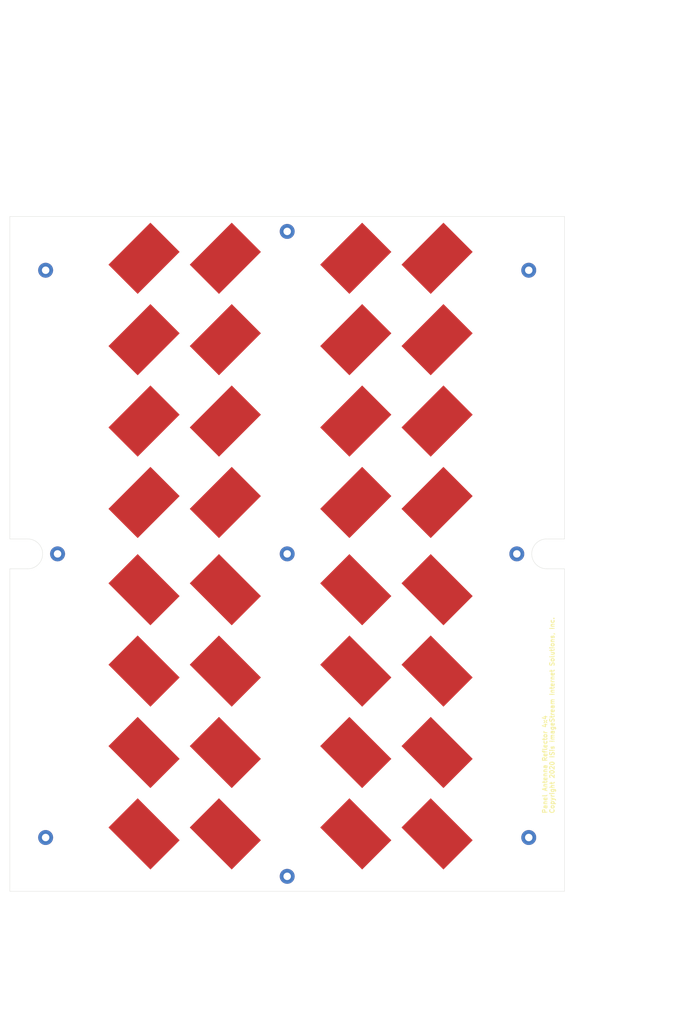
<source format=kicad_pcb>
(kicad_pcb (version 20210126) (generator pcbnew)
  (layers (0 "F.Cu" signal) (31 "B.Cu" signal) (34 "B.Paste" user) (35 "F.Paste" user) (36 "B.SilkS" user "B.Silkscreen") (37 "F.SilkS" user "F.Silkscreen") (38 "B.Mask" user) (39 "F.Mask" user) (44 "Edge.Cuts" user))
  (net 0 "")
  (footprint "Scott-RF-JLCPCB-1.2mm7628-4layer:Patch_Reflector_10_pct" (layer "F.Cu") (at 45 206.78 -45)
    (fp_text reference "REF**" hide)
    (fp_text value "Patch_Reflector_10_pct" hide)
    (fp_poly (pts (xy -9.9 -6.875) (xy 9.9 -6.875) (xy 9.9 6.875) (xy -9.9 6.875)) (layer "F.Cu") (width 0.1) (fill solid))
  )
  (footprint "Scott-RF-JLCPCB-1.2mm7628-4layer:Patch_Reflector_10_pct" (layer "F.Cu") (at 116 95.78 45)
    (fp_text reference "REF**" hide)
    (fp_text value "Patch_Reflector_10_pct" hide)
    (fp_poly (pts (xy -9.9 -6.875) (xy 9.9 -6.875) (xy 9.9 6.875) (xy -9.9 6.875)) (layer "F.Cu") (width 0.1) (fill solid))
  )
  (footprint "Scott-RF-JLCPCB-1.2mm7628-4layer:Patch_Reflector_10_pct" (layer "F.Cu") (at 72.26 68.52 45)
    (fp_text reference "REF**" hide)
    (fp_text value "Patch_Reflector_10_pct" hide)
    (fp_poly (pts (xy -9.9 -6.875) (xy 9.9 -6.875) (xy 9.9 6.875) (xy -9.9 6.875)) (layer "F.Cu") (width 0.1) (fill solid))
  )
  (footprint "Scott-RF-JLCPCB-1.2mm7628-4layer:Patch_Reflector_10_pct" (layer "F.Cu") (at 45 41.26 45)
    (fp_text reference "REF**" hide)
    (fp_text value "Patch_Reflector_10_pct" hide)
    (fp_poly (pts (xy -9.9 -6.875) (xy 9.9 -6.875) (xy 9.9 6.875) (xy -9.9 6.875)) (layer "F.Cu") (width 0.1) (fill solid))
  )
  (footprint "Scott-RF-JLCPCB-1.2mm7628-4layer:Patch_Reflector_10_pct" (layer "F.Cu") (at 143.26 152.26 -45)
    (fp_text reference "REF**" hide)
    (fp_text value "Patch_Reflector_10_pct" hide)
    (fp_poly (pts (xy -9.9 -6.875) (xy 9.9 -6.875) (xy 9.9 6.875) (xy -9.9 6.875)) (layer "F.Cu") (width 0.1) (fill solid))
  )
  (footprint "Scott-RF-JLCPCB-1.2mm7628-4layer:Patch_Reflector_10_pct" (layer "F.Cu") (at 116 14 45)
    (fp_text reference "REF**" hide)
    (fp_text value "Patch_Reflector_10_pct" hide)
    (fp_poly (pts (xy -9.9 -6.875) (xy 9.9 -6.875) (xy 9.9 6.875) (xy -9.9 6.875)) (layer "F.Cu") (width 0.1) (fill solid))
  )
  (footprint "Scott-RF-JLCPCB-1.2mm7628-4layer:Patch_Reflector_10_pct" (layer "F.Cu") (at 72.26 41.26 45)
    (fp_text reference "REF**" hide)
    (fp_text value "Patch_Reflector_10_pct" hide)
    (fp_poly (pts (xy -9.9 -6.875) (xy 9.9 -6.875) (xy 9.9 6.875) (xy -9.9 6.875)) (layer "F.Cu") (width 0.1) (fill solid))
  )
  (footprint "MountingHole:MountingHole_2.5mm_Pad_TopBottom" (layer "F.Cu") (at 93 221.001)
    (fp_text reference "H9" hide)
    (fp_text value "Mounting Hole")
    (pad "1" connect circle (at 0 0) (size 5 5) (layers "B.Cu" "B.Mask"))
    (pad "1" thru_hole circle (at 0 0) (size 2.9 2.9) (drill 2.5) (layers *.Cu *.Mask))
    (pad "1" connect circle (at 0 0) (size 5 5) (layers "F.Cu" "F.Mask"))
  )
  (footprint "MountingHole:MountingHole_2.5mm_Pad_TopBottom" (layer "F.Cu") (at 93 5.001)
    (fp_text reference "H10" hide)
    (fp_text value "Mounting Hole")
    (pad "1" connect circle (at 0 0) (size 5 5) (layers "B.Cu" "B.Mask"))
    (pad "1" thru_hole circle (at 0 0) (size 2.9 2.9) (drill 2.5) (layers *.Cu *.Mask))
    (pad "1" connect circle (at 0 0) (size 5 5) (layers "F.Cu" "F.Mask"))
  )
  (footprint "Scott-RF-JLCPCB-1.2mm7628-4layer:Patch_Reflector_10_pct" (layer "F.Cu") (at 45 14 45)
    (fp_text reference "REF**" hide)
    (fp_text value "Patch_Reflector_10_pct" hide)
    (fp_poly (pts (xy -9.9 -6.875) (xy 9.9 -6.875) (xy 9.9 6.875) (xy -9.9 6.875)) (layer "F.Cu") (width 0.1) (fill solid))
  )
  (footprint "MountingHole:MountingHole_2.5mm_Pad_TopBottom" (layer "F.Cu") (at 174 208.001 90)
    (fp_text reference "H4" hide)
    (fp_text value "Mounting Hole")
    (pad "1" connect circle (at 0 0 90) (size 5 5) (layers "B.Cu" "B.Mask"))
    (pad "1" thru_hole circle (at 0 0 90) (size 2.9 2.9) (drill 2.5) (layers *.Cu *.Mask))
    (pad "1" connect circle (at 0 0 90) (size 5 5) (layers "F.Cu" "F.Mask"))
  )
  (footprint "Scott-RF-JLCPCB-1.2mm7628-4layer:Patch_Reflector_10_pct" (layer "F.Cu") (at 72.26 206.78 -45)
    (fp_text reference "REF**" hide)
    (fp_text value "Patch_Reflector_10_pct" hide)
    (fp_poly (pts (xy -9.9 -6.875) (xy 9.9 -6.875) (xy 9.9 6.875) (xy -9.9 6.875)) (layer "F.Cu") (width 0.1) (fill solid))
  )
  (footprint "Scott-RF-JLCPCB-1.2mm7628-4layer:Patch_Reflector_10_pct" (layer "F.Cu") (at 143.26 206.78 -45)
    (fp_text reference "REF**" hide)
    (fp_text value "Patch_Reflector_10_pct" hide)
    (fp_poly (pts (xy -9.9 -6.875) (xy 9.9 -6.875) (xy 9.9 6.875) (xy -9.9 6.875)) (layer "F.Cu") (width 0.1) (fill solid))
  )
  (footprint "Scott-RF-JLCPCB-1.2mm7628-4layer:Patch_Reflector_10_pct" (layer "F.Cu") (at 116 41.26 45)
    (fp_text reference "REF**" hide)
    (fp_text value "Patch_Reflector_10_pct" hide)
    (fp_poly (pts (xy -9.9 -6.875) (xy 9.9 -6.875) (xy 9.9 6.875) (xy -9.9 6.875)) (layer "F.Cu") (width 0.1) (fill solid))
  )
  (footprint "Scott-RF-JLCPCB-1.2mm7628-4layer:Patch_Reflector_10_pct" (layer "F.Cu") (at 45 125 -45)
    (fp_text reference "REF**" hide)
    (fp_text value "Patch_Reflector_10_pct" hide)
    (fp_poly (pts (xy -9.9 -6.875) (xy 9.9 -6.875) (xy 9.9 6.875) (xy -9.9 6.875)) (layer "F.Cu") (width 0.1) (fill solid))
  )
  (footprint "Scott-RF-JLCPCB-1.2mm7628-4layer:Patch_Reflector_10_pct" (layer "F.Cu") (at 72.26 14 45)
    (fp_text reference "REF**" hide)
    (fp_text value "Patch_Reflector_10_pct" hide)
    (fp_poly (pts (xy -9.9 -6.875) (xy 9.9 -6.875) (xy 9.9 6.875) (xy -9.9 6.875)) (layer "F.Cu") (width 0.1) (fill solid))
  )
  (footprint "Scott-RF-JLCPCB-1.2mm7628-4layer:Patch_Reflector_10_pct" (layer "F.Cu") (at 116 179.52 -45)
    (fp_text reference "REF**" hide)
    (fp_text value "Patch_Reflector_10_pct" hide)
    (fp_poly (pts (xy -9.9 -6.875) (xy 9.9 -6.875) (xy 9.9 6.875) (xy -9.9 6.875)) (layer "F.Cu") (width 0.1) (fill solid))
  )
  (footprint "Scott-RF-JLCPCB-1.2mm7628-4layer:Patch_Reflector_10_pct" (layer "F.Cu") (at 72.26 125 -45)
    (fp_text reference "REF**" hide)
    (fp_text value "Patch_Reflector_10_pct" hide)
    (fp_poly (pts (xy -9.9 -6.875) (xy 9.9 -6.875) (xy 9.9 6.875) (xy -9.9 6.875)) (layer "F.Cu") (width 0.1) (fill solid))
  )
  (footprint "MountingHole:MountingHole_2.5mm_Pad_TopBottom" (layer "F.Cu") (at 93 113.001)
    (fp_text reference "H11" hide)
    (fp_text value "Mounting Hole")
    (pad "1" thru_hole circle (at 0 0) (size 2.9 2.9) (drill 2.5) (layers *.Cu *.Mask))
    (pad "1" connect circle (at 0 0) (size 5 5) (layers "B.Cu" "B.Mask"))
    (pad "1" connect circle (at 0 0) (size 5 5) (layers "F.Cu" "F.Mask"))
  )
  (footprint "Scott-RF-JLCPCB-1.2mm7628-4layer:Patch_Reflector_10_pct" (layer "F.Cu") (at 45 152.26 -45)
    (fp_text reference "REF**" hide)
    (fp_text value "Patch_Reflector_10_pct" hide)
    (fp_poly (pts (xy -9.9 -6.875) (xy 9.9 -6.875) (xy 9.9 6.875) (xy -9.9 6.875)) (layer "F.Cu") (width 0.1) (fill solid))
  )
  (footprint "Scott-RF-JLCPCB-1.2mm7628-4layer:Patch_Reflector_10_pct" (layer "F.Cu") (at 72.26 152.26 -45)
    (fp_text reference "REF**" hide)
    (fp_text value "Patch_Reflector_10_pct" hide)
    (fp_poly (pts (xy -9.9 -6.875) (xy 9.9 -6.875) (xy 9.9 6.875) (xy -9.9 6.875)) (layer "F.Cu") (width 0.1) (fill solid))
  )
  (footprint "Scott-RF-JLCPCB-1.2mm7628-4layer:Patch_Reflector_10_pct" (layer "F.Cu") (at 143.26 14 45)
    (fp_text reference "REF**" hide)
    (fp_text value "Patch_Reflector_10_pct" hide)
    (fp_poly (pts (xy -9.9 -6.875) (xy 9.9 -6.875) (xy 9.9 6.875) (xy -9.9 6.875)) (layer "F.Cu") (width 0.1) (fill solid))
  )
  (footprint "MountingHole:MountingHole_2.5mm_Pad_TopBottom" (layer "F.Cu") (at 12 208.001)
    (fp_text reference "H3" hide)
    (fp_text value "Mounting Hole")
    (pad "1" connect circle (at 0 0) (size 5 5) (layers "F.Cu" "F.Mask"))
    (pad "1" connect circle (at 0 0) (size 5 5) (layers "B.Cu" "B.Mask"))
    (pad "1" thru_hole circle (at 0 0) (size 2.9 2.9) (drill 2.5) (layers *.Cu *.Mask))
  )
  (footprint "Scott-RF-JLCPCB-1.2mm7628-4layer:Patch_Reflector_10_pct" (layer "F.Cu") (at 143.26 125 -45)
    (fp_text reference "REF**" hide)
    (fp_text value "Patch_Reflector_10_pct" hide)
    (fp_poly (pts (xy -9.9 -6.875) (xy 9.9 -6.875) (xy 9.9 6.875) (xy -9.9 6.875)) (layer "F.Cu") (width 0.1) (fill solid))
  )
  (footprint "Scott-RF-JLCPCB-1.2mm7628-4layer:Patch_Reflector_10_pct" (layer "F.Cu") (at 143.26 41.26 45)
    (fp_text reference "REF**" hide)
    (fp_text value "Patch_Reflector_10_pct" hide)
    (fp_poly (pts (xy -9.9 -6.875) (xy 9.9 -6.875) (xy 9.9 6.875) (xy -9.9 6.875)) (layer "F.Cu") (width 0.1) (fill solid))
  )
  (footprint "Scott-RF-JLCPCB-1.2mm7628-4layer:Patch_Reflector_10_pct" (layer "F.Cu") (at 143.26 95.78 45)
    (fp_text reference "REF**" hide)
    (fp_text value "Patch_Reflector_10_pct" hide)
    (fp_poly (pts (xy -9.9 -6.875) (xy 9.9 -6.875) (xy 9.9 6.875) (xy -9.9 6.875)) (layer "F.Cu") (width 0.1) (fill solid))
  )
  (footprint "Scott-RF-JLCPCB-1.2mm7628-4layer:Patch_Reflector_10_pct" (layer "F.Cu") (at 45 179.52 -45)
    (fp_text reference "REF**" hide)
    (fp_text value "Patch_Reflector_10_pct" hide)
    (fp_poly (pts (xy -9.9 -6.875) (xy 9.9 -6.875) (xy 9.9 6.875) (xy -9.9 6.875)) (layer "F.Cu") (width 0.1) (fill solid))
  )
  (footprint "MountingHole:MountingHole_2.5mm_Pad_TopBottom" (layer "F.Cu") (at 16 113.001)
    (fp_text reference "H11" hide)
    (fp_text value "Mounting Hole")
    (pad "1" connect circle (at 0 0) (size 5 5) (layers "B.Cu" "B.Mask"))
    (pad "1" connect circle (at 0 0) (size 5 5) (layers "F.Cu" "F.Mask"))
    (pad "1" thru_hole circle (at 0 0) (size 2.9 2.9) (drill 2.5) (layers *.Cu *.Mask))
  )
  (footprint "Scott-RF-JLCPCB-1.2mm7628-4layer:Patch_Reflector_10_pct" (layer "F.Cu") (at 72.26 95.78 45)
    (fp_text reference "REF**" hide)
    (fp_text value "Patch_Reflector_10_pct" hide)
    (fp_poly (pts (xy -9.9 -6.875) (xy 9.9 -6.875) (xy 9.9 6.875) (xy -9.9 6.875)) (layer "F.Cu") (width 0.1) (fill solid))
  )
  (footprint "Scott-RF-JLCPCB-1.2mm7628-4layer:Patch_Reflector_10_pct" (layer "F.Cu") (at 72.26 179.52 -45)
    (fp_text reference "REF**" hide)
    (fp_text value "Patch_Reflector_10_pct" hide)
    (fp_poly (pts (xy -9.9 -6.875) (xy 9.9 -6.875) (xy 9.9 6.875) (xy -9.9 6.875)) (layer "F.Cu") (width 0.1) (fill solid))
  )
  (footprint "Scott-RF-JLCPCB-1.2mm7628-4layer:Patch_Reflector_10_pct" (layer "F.Cu") (at 45 68.52 45)
    (fp_text reference "REF**" hide)
    (fp_text value "Patch_Reflector_10_pct" hide)
    (fp_poly (pts (xy -9.9 -6.875) (xy 9.9 -6.875) (xy 9.9 6.875) (xy -9.9 6.875)) (layer "F.Cu") (width 0.1) (fill solid))
  )
  (footprint "MountingHole:MountingHole_2.5mm_Pad_TopBottom" (layer "F.Cu") (at 170 113.001)
    (fp_text reference "H12" hide)
    (fp_text value "Mounting Hole")
    (pad "1" thru_hole circle (at 0 0) (size 2.9 2.9) (drill 2.5) (layers *.Cu *.Mask))
    (pad "1" connect circle (at 0 0) (size 5 5) (layers "F.Cu" "F.Mask"))
    (pad "1" connect circle (at 0 0) (size 5 5) (layers "B.Cu" "B.Mask"))
  )
  (footprint "Scott-RF-JLCPCB-1.2mm7628-4layer:Patch_Reflector_10_pct" (layer "F.Cu") (at 116 125 -45)
    (fp_text reference "REF**" hide)
    (fp_text value "Patch_Reflector_10_pct" hide)
    (fp_poly (pts (xy -9.9 -6.875) (xy 9.9 -6.875) (xy 9.9 6.875) (xy -9.9 6.875)) (layer "F.Cu") (width 0.1) (fill solid))
  )
  (footprint "MountingHole:MountingHole_2.5mm_Pad_TopBottom" (layer "F.Cu") (at 174 18.001)
    (fp_text reference "H2" hide)
    (fp_text value "Mounting Hole")
    (pad "1" connect circle (at 0 0) (size 5 5) (layers "B.Cu" "B.Mask"))
    (pad "1" thru_hole circle (at 0 0) (size 2.9 2.9) (drill 2.5) (layers *.Cu *.Mask))
    (pad "1" connect circle (at 0 0) (size 5 5) (layers "F.Cu" "F.Mask"))
  )
  (footprint "MountingHole:MountingHole_2.5mm_Pad_TopBottom" (layer "F.Cu") (at 12 18.001)
    (fp_text reference "H1" hide)
    (fp_text value "Mounting Hole")
    (pad "1" connect circle (at 0 0) (size 5 5) (layers "F.Cu" "F.Mask"))
    (pad "1" thru_hole circle (at 0 0) (size 2.9 2.9) (drill 2.5) (layers *.Cu *.Mask))
    (pad "1" connect circle (at 0 0) (size 5 5) (layers "B.Cu" "B.Mask"))
  )
  (footprint "Scott-RF-JLCPCB-1.2mm7628-4layer:Patch_Reflector_10_pct" (layer "F.Cu") (at 45 95.78 45)
    (fp_text reference "REF**" hide)
    (fp_text value "Patch_Reflector_10_pct" hide)
    (fp_poly (pts (xy -9.9 -6.875) (xy 9.9 -6.875) (xy 9.9 6.875) (xy -9.9 6.875)) (layer "F.Cu") (width 0.1) (fill solid))
  )
  (footprint "Scott-RF-JLCPCB-1.2mm7628-4layer:Patch_Reflector_10_pct" (layer "F.Cu") (at 143.26 179.52 -45)
    (fp_text reference "REF**" hide)
    (fp_text value "Patch_Reflector_10_pct" hide)
    (fp_poly (pts (xy -9.9 -6.875) (xy 9.9 -6.875) (xy 9.9 6.875) (xy -9.9 6.875)) (layer "F.Cu") (width 0.1) (fill solid))
  )
  (footprint "Scott-RF-JLCPCB-1.2mm7628-4layer:Patch_Reflector_10_pct" (layer "F.Cu") (at 143.26 68.52 45)
    (fp_text reference "REF**" hide)
    (fp_text value "Patch_Reflector_10_pct" hide)
    (fp_poly (pts (xy -9.9 -6.875) (xy 9.9 -6.875) (xy 9.9 6.875) (xy -9.9 6.875)) (layer "F.Cu") (width 0.1) (fill solid))
  )
  (footprint "Scott-RF-JLCPCB-1.2mm7628-4layer:Patch_Reflector_10_pct" (layer "F.Cu") (at 116 152.26 -45)
    (fp_text reference "REF**" hide)
    (fp_text value "Patch_Reflector_10_pct" hide)
    (fp_poly (pts (xy -9.9 -6.875) (xy 9.9 -6.875) (xy 9.9 6.875) (xy -9.9 6.875)) (layer "F.Cu") (width 0.1) (fill solid))
  )
  (footprint "Scott-RF-JLCPCB-1.2mm7628-4layer:Patch_Reflector_10_pct" (layer "F.Cu") (at 116 206.78 -45)
    (fp_text reference "REF**" hide)
    (fp_text value "Patch_Reflector_10_pct" hide)
    (fp_poly (pts (xy -9.9 -6.875) (xy 9.9 -6.875) (xy 9.9 6.875) (xy -9.9 6.875)) (layer "F.Cu") (width 0.1) (fill solid))
  )
  (footprint "Scott-RF-JLCPCB-1.2mm7628-4layer:Patch_Reflector_10_pct" (layer "F.Cu") (at 116 68.52 45)
    (fp_text reference "REF**" hide)
    (fp_text value "Patch_Reflector_10_pct" hide)
    (fp_poly (pts (xy -9.9 -6.875) (xy 9.9 -6.875) (xy 9.9 6.875) (xy -9.9 6.875)) (layer "F.Cu") (width 0.1) (fill solid))
  )
  (gr_arc (start 180 113.001) (end 180 108.001) (angle -180) (layer "Edge.Cuts") (width 0.1))
  (gr_line (start 6 118.001) (end 0 118.001) (layer "Edge.Cuts") (width 0.1))
  (gr_line (start 6 108.001) (end 0 108.001) (layer "Edge.Cuts") (width 0.1))
  (gr_arc (start 6 113.001) (end 6 118.001) (angle -180) (layer "Edge.Cuts") (width 0.1))
  (gr_line (start 186 118.001) (end 186 226.001) (layer "Edge.Cuts") (width 0.1))
  (gr_line (start 0 226.001) (end 186 226.001) (layer "Edge.Cuts") (width 0.1))
  (gr_line (start 0 0.001) (end 186 0.001) (layer "Edge.Cuts") (width 0.1))
  (gr_line (start 186 0.001) (end 186 108.001) (layer "Edge.Cuts") (width 0.1))
  (gr_line (start 180 108.001) (end 186 108.001) (layer "Edge.Cuts") (width 0.1))
  (gr_line (start 0 226.001) (end 0 118.001) (layer "Edge.Cuts") (width 0.1))
  (gr_line (start 0 108.001) (end 0 0.001) (layer "Edge.Cuts") (width 0.1))
  (gr_line (start 180 118.001) (end 186 118.001) (layer "Edge.Cuts") (width 0.1))
  (gr_text "Panel Antenna Reflector 4x4\nCopyright 2020 ISis ImageStream Internet Solutions, Inc." (at 180.63 200.09 90) (layer "F.SilkS") (effects (font (size 1.5 1.5) (thickness 0.3)) (justify left)))
)
</source>
